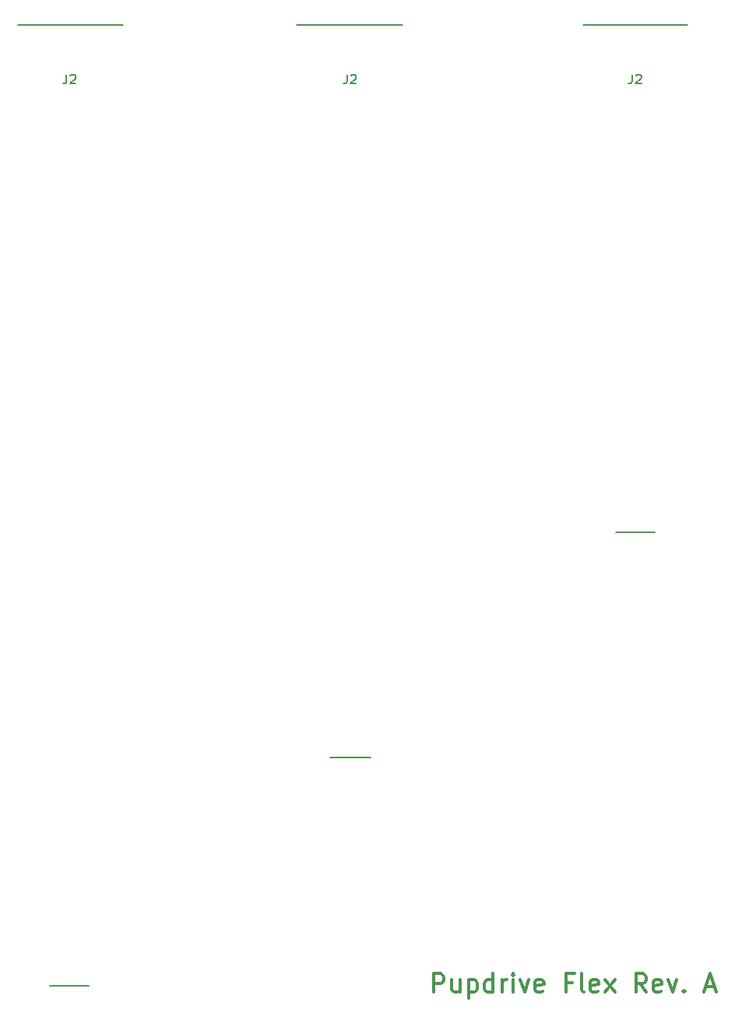
<source format=gbr>
%TF.GenerationSoftware,KiCad,Pcbnew,(6.0.0)*%
%TF.CreationDate,2022-03-28T07:33:37-07:00*%
%TF.ProjectId,flex-24_panel,666c6578-2d32-4345-9f70-616e656c2e6b,A*%
%TF.SameCoordinates,Original*%
%TF.FileFunction,Legend,Top*%
%TF.FilePolarity,Positive*%
%FSLAX46Y46*%
G04 Gerber Fmt 4.6, Leading zero omitted, Abs format (unit mm)*
G04 Created by KiCad (PCBNEW (6.0.0)) date 2022-03-28 07:33:37*
%MOMM*%
%LPD*%
G01*
G04 APERTURE LIST*
%ADD10C,0.150000*%
%ADD11C,0.300000*%
G04 APERTURE END LIST*
D10*
X122045000Y-42182500D02*
X110645000Y-42182500D01*
X183445000Y-42182500D02*
X172045000Y-42182500D01*
X179845000Y-97285864D02*
X175645000Y-97282500D01*
X152445000Y-42185864D02*
X140945000Y-42182500D01*
X148945000Y-121735865D02*
X144545000Y-121735865D01*
X118345000Y-146545376D02*
X114045000Y-146545376D01*
D11*
X155806904Y-147238145D02*
X155806904Y-145238145D01*
X156568809Y-145238145D01*
X156759285Y-145333384D01*
X156854523Y-145428622D01*
X156949761Y-145619098D01*
X156949761Y-145904812D01*
X156854523Y-146095288D01*
X156759285Y-146190526D01*
X156568809Y-146285764D01*
X155806904Y-146285764D01*
X158664047Y-145904812D02*
X158664047Y-147238145D01*
X157806904Y-145904812D02*
X157806904Y-146952431D01*
X157902142Y-147142907D01*
X158092619Y-147238145D01*
X158378333Y-147238145D01*
X158568809Y-147142907D01*
X158664047Y-147047669D01*
X159616428Y-145904812D02*
X159616428Y-147904812D01*
X159616428Y-146000050D02*
X159806904Y-145904812D01*
X160187857Y-145904812D01*
X160378333Y-146000050D01*
X160473571Y-146095288D01*
X160568809Y-146285764D01*
X160568809Y-146857193D01*
X160473571Y-147047669D01*
X160378333Y-147142907D01*
X160187857Y-147238145D01*
X159806904Y-147238145D01*
X159616428Y-147142907D01*
X162283095Y-147238145D02*
X162283095Y-145238145D01*
X162283095Y-147142907D02*
X162092619Y-147238145D01*
X161711666Y-147238145D01*
X161521190Y-147142907D01*
X161425952Y-147047669D01*
X161330714Y-146857193D01*
X161330714Y-146285764D01*
X161425952Y-146095288D01*
X161521190Y-146000050D01*
X161711666Y-145904812D01*
X162092619Y-145904812D01*
X162283095Y-146000050D01*
X163235476Y-147238145D02*
X163235476Y-145904812D01*
X163235476Y-146285764D02*
X163330714Y-146095288D01*
X163425952Y-146000050D01*
X163616428Y-145904812D01*
X163806904Y-145904812D01*
X164473571Y-147238145D02*
X164473571Y-145904812D01*
X164473571Y-145238145D02*
X164378333Y-145333384D01*
X164473571Y-145428622D01*
X164568809Y-145333384D01*
X164473571Y-145238145D01*
X164473571Y-145428622D01*
X165235476Y-145904812D02*
X165711666Y-147238145D01*
X166187857Y-145904812D01*
X167711666Y-147142907D02*
X167521190Y-147238145D01*
X167140238Y-147238145D01*
X166949761Y-147142907D01*
X166854523Y-146952431D01*
X166854523Y-146190526D01*
X166949761Y-146000050D01*
X167140238Y-145904812D01*
X167521190Y-145904812D01*
X167711666Y-146000050D01*
X167806904Y-146190526D01*
X167806904Y-146381003D01*
X166854523Y-146571479D01*
X170854523Y-146190526D02*
X170187857Y-146190526D01*
X170187857Y-147238145D02*
X170187857Y-145238145D01*
X171140238Y-145238145D01*
X172187857Y-147238145D02*
X171997380Y-147142907D01*
X171902142Y-146952431D01*
X171902142Y-145238145D01*
X173711666Y-147142907D02*
X173521190Y-147238145D01*
X173140238Y-147238145D01*
X172949761Y-147142907D01*
X172854523Y-146952431D01*
X172854523Y-146190526D01*
X172949761Y-146000050D01*
X173140238Y-145904812D01*
X173521190Y-145904812D01*
X173711666Y-146000050D01*
X173806904Y-146190526D01*
X173806904Y-146381003D01*
X172854523Y-146571479D01*
X174473571Y-147238145D02*
X175521190Y-145904812D01*
X174473571Y-145904812D02*
X175521190Y-147238145D01*
X178949761Y-147238145D02*
X178283095Y-146285764D01*
X177806904Y-147238145D02*
X177806904Y-145238145D01*
X178568809Y-145238145D01*
X178759285Y-145333384D01*
X178854523Y-145428622D01*
X178949761Y-145619098D01*
X178949761Y-145904812D01*
X178854523Y-146095288D01*
X178759285Y-146190526D01*
X178568809Y-146285764D01*
X177806904Y-146285764D01*
X180568809Y-147142907D02*
X180378333Y-147238145D01*
X179997380Y-147238145D01*
X179806904Y-147142907D01*
X179711666Y-146952431D01*
X179711666Y-146190526D01*
X179806904Y-146000050D01*
X179997380Y-145904812D01*
X180378333Y-145904812D01*
X180568809Y-146000050D01*
X180664047Y-146190526D01*
X180664047Y-146381003D01*
X179711666Y-146571479D01*
X181330714Y-145904812D02*
X181806904Y-147238145D01*
X182283095Y-145904812D01*
X183045000Y-147047669D02*
X183140238Y-147142907D01*
X183045000Y-147238145D01*
X182949761Y-147142907D01*
X183045000Y-147047669D01*
X183045000Y-147238145D01*
X185425952Y-146666717D02*
X186378333Y-146666717D01*
X185235476Y-147238145D02*
X185902142Y-145238145D01*
X186568809Y-147238145D01*
D10*
%TO.C,J2*%
X177396666Y-47538244D02*
X177396666Y-48252530D01*
X177349047Y-48395387D01*
X177253809Y-48490625D01*
X177110952Y-48538244D01*
X177015714Y-48538244D01*
X177825238Y-47633483D02*
X177872857Y-47585864D01*
X177968095Y-47538244D01*
X178206190Y-47538244D01*
X178301428Y-47585864D01*
X178349047Y-47633483D01*
X178396666Y-47728721D01*
X178396666Y-47823959D01*
X178349047Y-47966816D01*
X177777619Y-48538244D01*
X178396666Y-48538244D01*
%TO.C,*%
%TO.C,J2*%
X115896666Y-47538244D02*
X115896666Y-48252530D01*
X115849047Y-48395387D01*
X115753809Y-48490625D01*
X115610952Y-48538244D01*
X115515714Y-48538244D01*
X116325238Y-47633483D02*
X116372857Y-47585864D01*
X116468095Y-47538244D01*
X116706190Y-47538244D01*
X116801428Y-47585864D01*
X116849047Y-47633483D01*
X116896666Y-47728721D01*
X116896666Y-47823959D01*
X116849047Y-47966816D01*
X116277619Y-48538244D01*
X116896666Y-48538244D01*
X146396666Y-47538244D02*
X146396666Y-48252530D01*
X146349047Y-48395387D01*
X146253809Y-48490625D01*
X146110952Y-48538244D01*
X146015714Y-48538244D01*
X146825238Y-47633483D02*
X146872857Y-47585864D01*
X146968095Y-47538244D01*
X147206190Y-47538244D01*
X147301428Y-47585864D01*
X147349047Y-47633483D01*
X147396666Y-47728721D01*
X147396666Y-47823959D01*
X147349047Y-47966816D01*
X146777619Y-48538244D01*
X147396666Y-48538244D01*
%TD*%
M02*

</source>
